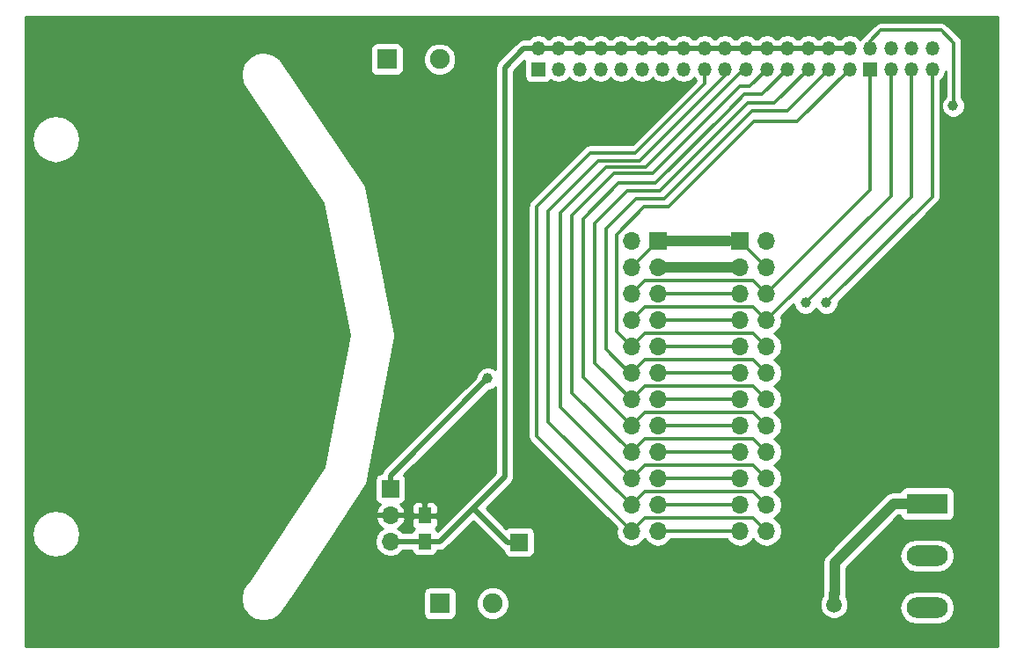
<source format=gbl>
G04 #@! TF.FileFunction,Copper,L2,Bot,Signal*
%FSLAX46Y46*%
G04 Gerber Fmt 4.6, Leading zero omitted, Abs format (unit mm)*
G04 Created by KiCad (PCBNEW 4.0.6) date 04/04/18 23:00:04*
%MOMM*%
%LPD*%
G01*
G04 APERTURE LIST*
%ADD10C,0.100000*%
%ADD11R,1.700000X1.700000*%
%ADD12R,3.960000X1.980000*%
%ADD13O,3.960000X1.980000*%
%ADD14O,1.700000X1.700000*%
%ADD15R,1.250000X1.500000*%
%ADD16R,1.350000X1.350000*%
%ADD17O,1.350000X1.350000*%
%ADD18R,1.905000X1.905000*%
%ADD19C,1.905000*%
%ADD20C,1.000000*%
%ADD21C,1.500000*%
%ADD22C,1.000000*%
%ADD23C,0.500000*%
%ADD24C,0.300000*%
%ADD25C,0.254000*%
G04 APERTURE END LIST*
D10*
D11*
X48200000Y10700000D03*
D12*
X87460000Y14400000D03*
D13*
X87460000Y9400000D03*
X87460000Y4400000D03*
D11*
X69460000Y39700000D03*
D14*
X72000000Y39700000D03*
X69460000Y37160000D03*
X72000000Y37160000D03*
X69460000Y34620000D03*
X72000000Y34620000D03*
X69460000Y32080000D03*
X72000000Y32080000D03*
X69460000Y29540000D03*
X72000000Y29540000D03*
X69460000Y27000000D03*
X72000000Y27000000D03*
X69460000Y24460000D03*
X72000000Y24460000D03*
X69460000Y21920000D03*
X72000000Y21920000D03*
X69460000Y19380000D03*
X72000000Y19380000D03*
X69460000Y16840000D03*
X72000000Y16840000D03*
X69460000Y14300000D03*
X72000000Y14300000D03*
X69460000Y11760000D03*
X72000000Y11760000D03*
D15*
X39100000Y13250000D03*
X39100000Y10750000D03*
D16*
X50025000Y56250000D03*
D17*
X50025000Y58250000D03*
X52025000Y56250000D03*
X52025000Y58250000D03*
X54025000Y56250000D03*
X54025000Y58250000D03*
X56025000Y56250000D03*
X56025000Y58250000D03*
X58025000Y56250000D03*
X58025000Y58250000D03*
X60025000Y56250000D03*
X60025000Y58250000D03*
X62025000Y56250000D03*
X62025000Y58250000D03*
X64025000Y56250000D03*
X64025000Y58250000D03*
X66025000Y56250000D03*
X66025000Y58250000D03*
X68025000Y56250000D03*
X68025000Y58250000D03*
X70025000Y56250000D03*
X70025000Y58250000D03*
X72025000Y56250000D03*
X72025000Y58250000D03*
X74025000Y56250000D03*
X74025000Y58250000D03*
X76025000Y56250000D03*
X76025000Y58250000D03*
X78025000Y56250000D03*
X78025000Y58250000D03*
X80025000Y56250000D03*
X80025000Y58250000D03*
D16*
X81969857Y56203413D03*
D17*
X81969857Y58203413D03*
X83969857Y56203413D03*
X83969857Y58203413D03*
X85969857Y56203413D03*
X85969857Y58203413D03*
X87969857Y56203413D03*
X87969857Y58203413D03*
D18*
X35460000Y57200000D03*
D19*
X40540000Y57200000D03*
D18*
X40560000Y4800000D03*
D19*
X45640000Y4800000D03*
D11*
X35800000Y15840000D03*
D14*
X35800000Y13300000D03*
X35800000Y10760000D03*
D11*
X61540000Y39700000D03*
D14*
X59000000Y39700000D03*
X61540000Y37160000D03*
X59000000Y37160000D03*
X61540000Y34620000D03*
X59000000Y34620000D03*
X61540000Y32080000D03*
X59000000Y32080000D03*
X61540000Y29540000D03*
X59000000Y29540000D03*
X61540000Y27000000D03*
X59000000Y27000000D03*
X61540000Y24460000D03*
X59000000Y24460000D03*
X61540000Y21920000D03*
X59000000Y21920000D03*
X61540000Y19380000D03*
X59000000Y19380000D03*
X61540000Y16840000D03*
X59000000Y16840000D03*
X61540000Y14300000D03*
X59000000Y14300000D03*
X61540000Y11760000D03*
X59000000Y11760000D03*
D20*
X45170000Y26480000D03*
X77750000Y33750000D03*
X75750000Y33750000D03*
X93800000Y45800000D03*
D21*
X78510000Y4690000D03*
D20*
X89960000Y52730000D03*
D22*
X61540000Y37160000D02*
X62742081Y37160000D01*
X62742081Y37160000D02*
X69460000Y37160000D01*
D23*
X35800000Y17110000D02*
X45170000Y26480000D01*
X35800000Y15840000D02*
X35800000Y17110000D01*
D24*
X69460000Y39700000D02*
X72000000Y37160000D01*
X59000000Y37160000D02*
X59849999Y38009999D01*
X59849999Y38009999D02*
X61540000Y39700000D01*
X69460000Y39700000D02*
X68310000Y39700000D01*
D22*
X68310000Y39700000D02*
X61540000Y39700000D01*
D24*
X61540000Y29540000D02*
X62742081Y29540000D01*
X62742081Y29540000D02*
X69460000Y29540000D01*
D23*
X46800000Y17000000D02*
X43800000Y14000000D01*
X48650000Y58250000D02*
X50025000Y58250000D01*
X46800000Y56400000D02*
X48650000Y58250000D01*
X46800000Y20200000D02*
X46800000Y56400000D01*
X46800000Y20200000D02*
X46800000Y17000000D01*
X43800000Y14000000D02*
X40550000Y10750000D01*
X40550000Y10750000D02*
X39100000Y10750000D01*
X48200000Y10700000D02*
X47050000Y10700000D01*
D24*
X43800000Y13950000D02*
X43800000Y14000000D01*
D23*
X47050000Y10700000D02*
X43800000Y13950000D01*
X39100000Y10750000D02*
X35810000Y10750000D01*
D24*
X35810000Y10750000D02*
X35800000Y10760000D01*
D23*
X78025000Y58250000D02*
X80025000Y58250000D01*
X76025000Y58250000D02*
X78025000Y58250000D01*
X74025000Y58250000D02*
X76025000Y58250000D01*
X72025000Y58250000D02*
X74025000Y58250000D01*
X70025000Y58250000D02*
X72025000Y58250000D01*
X68025000Y58250000D02*
X70025000Y58250000D01*
X66025000Y58250000D02*
X68025000Y58250000D01*
X64025000Y58250000D02*
X66025000Y58250000D01*
X62025000Y58250000D02*
X64025000Y58250000D01*
X60025000Y58250000D02*
X62025000Y58250000D01*
X58025000Y58250000D02*
X60025000Y58250000D01*
X56025000Y58250000D02*
X58025000Y58250000D01*
X54025000Y58250000D02*
X56025000Y58250000D01*
X52025000Y58250000D02*
X54025000Y58250000D01*
X50025000Y58250000D02*
X52025000Y58250000D01*
D24*
X69460000Y27000000D02*
X61540000Y27000000D01*
X61540000Y24460000D02*
X62742081Y24460000D01*
X62742081Y24460000D02*
X69460000Y24460000D01*
X69460000Y21920000D02*
X68257919Y21920000D01*
X68257919Y21920000D02*
X61540000Y21920000D01*
X61540000Y19380000D02*
X62742081Y19380000D01*
X62742081Y19380000D02*
X69460000Y19380000D01*
X69460000Y16840000D02*
X68257919Y16840000D01*
X68257919Y16840000D02*
X61540000Y16840000D01*
X61540000Y14300000D02*
X62742081Y14300000D01*
X62742081Y14300000D02*
X69460000Y14300000D01*
X61540000Y11760000D02*
X62742081Y11760000D01*
X62742081Y11760000D02*
X69460000Y11760000D01*
X59000000Y11760000D02*
X49849971Y20910029D01*
X49849971Y20910029D02*
X49849971Y43027802D01*
X49849971Y43027802D02*
X55022169Y48200000D01*
X55022169Y48200000D02*
X59400000Y48200000D01*
X59400000Y48200000D02*
X66025000Y54825000D01*
X66025000Y54825000D02*
X66025000Y56250000D01*
X59000000Y11760000D02*
X60280001Y13040001D01*
X60280001Y13040001D02*
X70719999Y13040001D01*
X70719999Y13040001D02*
X71150001Y12609999D01*
X71150001Y12609999D02*
X72000000Y11760000D01*
X59000000Y14300000D02*
X50999981Y22300019D01*
X50999981Y22300019D02*
X50999981Y42599981D01*
X50999981Y42599981D02*
X55800000Y47400000D01*
X55800000Y47400000D02*
X59800000Y47400000D01*
X59800000Y47400000D02*
X68025000Y55625000D01*
X68025000Y55625000D02*
X68025000Y56250000D01*
X59000000Y14300000D02*
X60279999Y15579999D01*
X60279999Y15579999D02*
X70720001Y15579999D01*
X70720001Y15579999D02*
X71150001Y15149999D01*
X71150001Y15149999D02*
X72000000Y14300000D01*
X60400000Y46800000D02*
X70025000Y56425000D01*
X70025000Y56425000D02*
X70025000Y56250000D01*
X56560843Y46800000D02*
X60400000Y46800000D01*
X59000000Y16840000D02*
X52149991Y23690009D01*
X52149991Y23690009D02*
X52149991Y42389148D01*
X52149991Y42389148D02*
X56560843Y46800000D01*
X59000000Y16840000D02*
X60280001Y18120001D01*
X60280001Y18120001D02*
X70719999Y18120001D01*
X70719999Y18120001D02*
X71150001Y17689999D01*
X71150001Y17689999D02*
X72000000Y16840000D01*
X67425000Y52561320D02*
X69463680Y54600000D01*
X53300001Y25079999D02*
X53300001Y42161327D01*
X61063720Y46200040D02*
X67425000Y52561320D01*
X53300001Y42161327D02*
X57338714Y46200040D01*
X57338714Y46200040D02*
X61063720Y46200040D01*
X59000000Y19380000D02*
X53300001Y25079999D01*
X70375000Y54600000D02*
X72025000Y56250000D01*
X69463680Y54600000D02*
X70375000Y54600000D01*
X59000000Y19380000D02*
X60279999Y20659999D01*
X60279999Y20659999D02*
X70720001Y20659999D01*
X70720001Y20659999D02*
X71150001Y20229999D01*
X71150001Y20229999D02*
X72000000Y19380000D01*
X68220755Y52179245D02*
X69841510Y53800000D01*
X71575000Y53800000D02*
X74025000Y56250000D01*
X69841510Y53800000D02*
X71575000Y53800000D01*
X59000000Y21920000D02*
X54341001Y26578999D01*
X54341001Y26578999D02*
X54341001Y41824495D01*
X54341001Y41824495D02*
X57766535Y45250030D01*
X57766535Y45250030D02*
X61291540Y45250030D01*
X61291540Y45250030D02*
X68220755Y52179245D01*
X68220755Y52179245D02*
X68225000Y52183490D01*
X59000000Y21920000D02*
X60270001Y23190001D01*
X60270001Y23190001D02*
X70729999Y23190001D01*
X70729999Y23190001D02*
X71150001Y22769999D01*
X71150001Y22769999D02*
X72000000Y21920000D01*
X69609670Y52390330D02*
X70219340Y53000000D01*
X72775000Y53000000D02*
X76025000Y56250000D01*
X70219340Y53000000D02*
X72775000Y53000000D01*
X59000000Y24460000D02*
X55508999Y27951001D01*
X55508999Y27951001D02*
X55508999Y41414663D01*
X55508999Y41414663D02*
X58594356Y44500020D01*
X58594356Y44500020D02*
X61719360Y44500020D01*
X61719360Y44500020D02*
X69609670Y52390330D01*
X69609670Y52390330D02*
X69625000Y52405660D01*
X59000000Y24460000D02*
X60280001Y25740001D01*
X60280001Y25740001D02*
X70719999Y25740001D01*
X70719999Y25740001D02*
X71150001Y25309999D01*
X71150001Y25309999D02*
X72000000Y24460000D01*
X70425000Y52027830D02*
X70597170Y52200000D01*
X62147180Y43750010D02*
X70425000Y52027830D01*
X59422177Y43750010D02*
X62147180Y43750010D01*
X56541001Y40868834D02*
X59422177Y43750010D01*
X56541001Y29256918D02*
X56541001Y40868834D01*
X58797919Y27000000D02*
X56541001Y29256918D01*
X73975000Y52200000D02*
X78025000Y56250000D01*
X70597170Y52200000D02*
X73975000Y52200000D01*
X59000000Y27000000D02*
X58797919Y27000000D01*
X59000000Y27000000D02*
X60280001Y28280001D01*
X60280001Y28280001D02*
X70719999Y28280001D01*
X70719999Y28280001D02*
X71150001Y27849999D01*
X71150001Y27849999D02*
X72000000Y27000000D01*
X70425000Y50850000D02*
X70775000Y51200000D01*
X62575000Y43000000D02*
X60249998Y43000000D01*
X60249998Y43000000D02*
X57549999Y40300001D01*
X57549999Y40300001D02*
X57549999Y30990001D01*
X57549999Y30990001D02*
X58150001Y30389999D01*
X59000000Y29540000D02*
X58150001Y30389999D01*
X70425000Y50850000D02*
X62575000Y43000000D01*
X74975000Y51200000D02*
X80025000Y56250000D01*
X70775000Y51200000D02*
X74975000Y51200000D01*
X59000000Y29540000D02*
X60280001Y30820001D01*
X60280001Y30820001D02*
X70719999Y30820001D01*
X70719999Y30820001D02*
X71150001Y30389999D01*
X71150001Y30389999D02*
X72000000Y29540000D01*
X61540000Y34620000D02*
X62742081Y34620000D01*
X62742081Y34620000D02*
X69460000Y34620000D01*
X77750000Y33750000D02*
X87969857Y43969857D01*
X87969857Y43969857D02*
X87969857Y56203413D01*
X69460000Y32080000D02*
X68257919Y32080000D01*
X68257919Y32080000D02*
X61540000Y32080000D01*
X75750000Y33750000D02*
X85969857Y43969857D01*
X85969857Y43969857D02*
X85969857Y56203413D01*
X59000000Y32080000D02*
X60270001Y33350001D01*
X60270001Y33350001D02*
X70729999Y33350001D01*
X70729999Y33350001D02*
X71150001Y32929999D01*
X71150001Y32929999D02*
X72000000Y32080000D01*
X72000000Y32080000D02*
X83969857Y44049857D01*
X83969857Y44049857D02*
X83969857Y56203413D01*
X59000000Y34620000D02*
X60270001Y35890001D01*
X60270001Y35890001D02*
X70729999Y35890001D01*
X70729999Y35890001D02*
X71150001Y35469999D01*
X71150001Y35469999D02*
X72000000Y34620000D01*
X81969857Y56203413D02*
X81969857Y44589857D01*
X81969857Y44589857D02*
X72000000Y34620000D01*
D22*
X78550000Y8700000D02*
X84250000Y14400000D01*
X84250000Y14400000D02*
X87460000Y14400000D01*
X78550000Y5790660D02*
X78550000Y8700000D01*
X78510000Y4690000D02*
X78510000Y5750660D01*
X78510000Y5750660D02*
X78550000Y5790660D01*
D24*
X81969857Y58949857D02*
X81969857Y58203413D01*
X83000000Y59980000D02*
X81969857Y58949857D01*
X88820000Y59980000D02*
X83000000Y59980000D01*
X90030000Y58770000D02*
X88820000Y59980000D01*
X90030000Y52800000D02*
X90030000Y58770000D01*
X89960000Y52730000D02*
X90030000Y52800000D01*
D25*
G36*
X94290000Y710000D02*
X710000Y710000D01*
X710000Y5171829D01*
X21396863Y5171829D01*
X21508804Y4594917D01*
X21508804Y4594915D01*
X21613615Y4338480D01*
X21937811Y3848321D01*
X22002596Y3782925D01*
X22132777Y3651515D01*
X22619870Y3322731D01*
X22834300Y3232730D01*
X22875312Y3215516D01*
X23451148Y3098163D01*
X23588359Y3097520D01*
X23728171Y3096863D01*
X24305083Y3208804D01*
X24305085Y3208804D01*
X24561520Y3313615D01*
X25051679Y3637811D01*
X25128800Y3714212D01*
X25156655Y3732797D01*
X25331711Y3907620D01*
X25371252Y3966713D01*
X25421397Y4017126D01*
X26574231Y5752500D01*
X38960060Y5752500D01*
X38960060Y3847500D01*
X39004338Y3612183D01*
X39143410Y3396059D01*
X39355610Y3251069D01*
X39607500Y3200060D01*
X41512500Y3200060D01*
X41747817Y3244338D01*
X41963941Y3383410D01*
X42108931Y3595610D01*
X42159940Y3847500D01*
X42159940Y4485612D01*
X44052225Y4485612D01*
X44293398Y3901928D01*
X44739579Y3454968D01*
X45322841Y3212776D01*
X45954388Y3212225D01*
X46538072Y3453398D01*
X46985032Y3899579D01*
X47199350Y4415715D01*
X77124760Y4415715D01*
X77335169Y3906485D01*
X77724436Y3516539D01*
X78233298Y3305241D01*
X78784285Y3304760D01*
X79293515Y3515169D01*
X79683461Y3904436D01*
X79889237Y4400000D01*
X84793769Y4400000D01*
X84917465Y3778139D01*
X85269720Y3250951D01*
X85796908Y2898696D01*
X86418769Y2775000D01*
X88501231Y2775000D01*
X89123092Y2898696D01*
X89650280Y3250951D01*
X90002535Y3778139D01*
X90126231Y4400000D01*
X90002535Y5021861D01*
X89650280Y5549049D01*
X89123092Y5901304D01*
X88501231Y6025000D01*
X86418769Y6025000D01*
X85796908Y5901304D01*
X85269720Y5549049D01*
X84917465Y5021861D01*
X84793769Y4400000D01*
X79889237Y4400000D01*
X79894759Y4413298D01*
X79895240Y4964285D01*
X79684831Y5473515D01*
X79645000Y5513415D01*
X79645000Y5589565D01*
X79685000Y5790660D01*
X79685000Y8229868D01*
X80855132Y9400000D01*
X84793769Y9400000D01*
X84917465Y8778139D01*
X85269720Y8250951D01*
X85796908Y7898696D01*
X86418769Y7775000D01*
X88501231Y7775000D01*
X89123092Y7898696D01*
X89650280Y8250951D01*
X90002535Y8778139D01*
X90126231Y9400000D01*
X90002535Y10021861D01*
X89650280Y10549049D01*
X89123092Y10901304D01*
X88501231Y11025000D01*
X86418769Y11025000D01*
X85796908Y10901304D01*
X85269720Y10549049D01*
X84917465Y10021861D01*
X84793769Y9400000D01*
X80855132Y9400000D01*
X84720132Y13265000D01*
X84859844Y13265000D01*
X84876838Y13174683D01*
X85015910Y12958559D01*
X85228110Y12813569D01*
X85480000Y12762560D01*
X89440000Y12762560D01*
X89675317Y12806838D01*
X89891441Y12945910D01*
X90036431Y13158110D01*
X90087440Y13410000D01*
X90087440Y15390000D01*
X90043162Y15625317D01*
X89904090Y15841441D01*
X89691890Y15986431D01*
X89440000Y16037440D01*
X85480000Y16037440D01*
X85244683Y15993162D01*
X85028559Y15854090D01*
X84883569Y15641890D01*
X84861923Y15535000D01*
X84250000Y15535000D01*
X83815654Y15448603D01*
X83447434Y15202566D01*
X77747434Y9502566D01*
X77501397Y9134346D01*
X77415000Y8700000D01*
X77415000Y5951753D01*
X77375000Y5750660D01*
X77375000Y5513958D01*
X77336539Y5475564D01*
X77125241Y4966702D01*
X77124760Y4415715D01*
X47199350Y4415715D01*
X47227224Y4482841D01*
X47227775Y5114388D01*
X46986602Y5698072D01*
X46540421Y6145032D01*
X45957159Y6387224D01*
X45325612Y6387775D01*
X44741928Y6146602D01*
X44294968Y5700421D01*
X44052776Y5117159D01*
X44052225Y4485612D01*
X42159940Y4485612D01*
X42159940Y5752500D01*
X42115662Y5987817D01*
X41976590Y6203941D01*
X41764390Y6348931D01*
X41512500Y6399940D01*
X39607500Y6399940D01*
X39372183Y6355662D01*
X39156059Y6216590D01*
X39011069Y6004390D01*
X38960060Y5752500D01*
X26574231Y5752500D01*
X29900789Y10760000D01*
X34285907Y10760000D01*
X34398946Y10191715D01*
X34720853Y9709946D01*
X35202622Y9388039D01*
X35770907Y9275000D01*
X35829093Y9275000D01*
X36397378Y9388039D01*
X36879147Y9709946D01*
X36982751Y9865000D01*
X37852962Y9865000D01*
X37871838Y9764683D01*
X38010910Y9548559D01*
X38223110Y9403569D01*
X38475000Y9352560D01*
X39725000Y9352560D01*
X39960317Y9396838D01*
X40176441Y9535910D01*
X40321431Y9748110D01*
X40345102Y9865000D01*
X40549995Y9865000D01*
X40550000Y9864999D01*
X40832484Y9921190D01*
X40888675Y9932367D01*
X41175790Y10124210D01*
X43775000Y12723420D01*
X46424208Y10074213D01*
X46424210Y10074210D01*
X46702560Y9888224D01*
X46702560Y9850000D01*
X46746838Y9614683D01*
X46885910Y9398559D01*
X47098110Y9253569D01*
X47350000Y9202560D01*
X49050000Y9202560D01*
X49285317Y9246838D01*
X49501441Y9385910D01*
X49646431Y9598110D01*
X49697440Y9850000D01*
X49697440Y11550000D01*
X49653162Y11785317D01*
X49514090Y12001441D01*
X49301890Y12146431D01*
X49050000Y12197440D01*
X47350000Y12197440D01*
X47114683Y12153162D01*
X46952670Y12048909D01*
X45026580Y13975000D01*
X47425787Y16374208D01*
X47425790Y16374210D01*
X47617633Y16661325D01*
X47650517Y16826643D01*
X47685001Y17000000D01*
X47685000Y17000005D01*
X47685000Y56033420D01*
X48734550Y57082971D01*
X48702560Y56925000D01*
X48702560Y55575000D01*
X48746838Y55339683D01*
X48885910Y55123559D01*
X49098110Y54978569D01*
X49350000Y54927560D01*
X50700000Y54927560D01*
X50935317Y54971838D01*
X51151441Y55110910D01*
X51222683Y55215177D01*
X51523685Y55014054D01*
X52025000Y54914336D01*
X52526315Y55014054D01*
X52951310Y55298026D01*
X53025000Y55408311D01*
X53098690Y55298026D01*
X53523685Y55014054D01*
X54025000Y54914336D01*
X54526315Y55014054D01*
X54951310Y55298026D01*
X55025000Y55408311D01*
X55098690Y55298026D01*
X55523685Y55014054D01*
X56025000Y54914336D01*
X56526315Y55014054D01*
X56951310Y55298026D01*
X57025000Y55408311D01*
X57098690Y55298026D01*
X57523685Y55014054D01*
X58025000Y54914336D01*
X58526315Y55014054D01*
X58951310Y55298026D01*
X59025000Y55408311D01*
X59098690Y55298026D01*
X59523685Y55014054D01*
X60025000Y54914336D01*
X60526315Y55014054D01*
X60951310Y55298026D01*
X61025000Y55408311D01*
X61098690Y55298026D01*
X61523685Y55014054D01*
X62025000Y54914336D01*
X62526315Y55014054D01*
X62951310Y55298026D01*
X63025000Y55408311D01*
X63098690Y55298026D01*
X63523685Y55014054D01*
X64025000Y54914336D01*
X64526315Y55014054D01*
X64951310Y55298026D01*
X65025000Y55408311D01*
X65098690Y55298026D01*
X65240000Y55203606D01*
X65240000Y55150158D01*
X59074842Y48985000D01*
X55022174Y48985000D01*
X55022169Y48985001D01*
X54721763Y48925245D01*
X54467090Y48755079D01*
X49294892Y43582881D01*
X49124726Y43328209D01*
X49098215Y43194931D01*
X49064971Y43027802D01*
X49064971Y20910029D01*
X49124726Y20609622D01*
X49294892Y20354950D01*
X57552924Y12096918D01*
X57485907Y11760000D01*
X57598946Y11191715D01*
X57920853Y10709946D01*
X58402622Y10388039D01*
X58970907Y10275000D01*
X59029093Y10275000D01*
X59597378Y10388039D01*
X60079147Y10709946D01*
X60270000Y10995578D01*
X60460853Y10709946D01*
X60942622Y10388039D01*
X61510907Y10275000D01*
X61569093Y10275000D01*
X62137378Y10388039D01*
X62619147Y10709946D01*
X62796250Y10975000D01*
X68203750Y10975000D01*
X68380853Y10709946D01*
X68862622Y10388039D01*
X69430907Y10275000D01*
X69489093Y10275000D01*
X70057378Y10388039D01*
X70539147Y10709946D01*
X70730000Y10995578D01*
X70920853Y10709946D01*
X71402622Y10388039D01*
X71970907Y10275000D01*
X72029093Y10275000D01*
X72597378Y10388039D01*
X73079147Y10709946D01*
X73401054Y11191715D01*
X73514093Y11760000D01*
X73401054Y12328285D01*
X73079147Y12810054D01*
X72749974Y13030000D01*
X73079147Y13249946D01*
X73401054Y13731715D01*
X73514093Y14300000D01*
X73401054Y14868285D01*
X73079147Y15350054D01*
X72749974Y15570000D01*
X73079147Y15789946D01*
X73401054Y16271715D01*
X73514093Y16840000D01*
X73401054Y17408285D01*
X73079147Y17890054D01*
X72749974Y18110000D01*
X73079147Y18329946D01*
X73401054Y18811715D01*
X73514093Y19380000D01*
X73401054Y19948285D01*
X73079147Y20430054D01*
X72749974Y20650000D01*
X73079147Y20869946D01*
X73401054Y21351715D01*
X73514093Y21920000D01*
X73401054Y22488285D01*
X73079147Y22970054D01*
X72749974Y23190000D01*
X73079147Y23409946D01*
X73401054Y23891715D01*
X73514093Y24460000D01*
X73401054Y25028285D01*
X73079147Y25510054D01*
X72749974Y25730000D01*
X73079147Y25949946D01*
X73401054Y26431715D01*
X73514093Y27000000D01*
X73401054Y27568285D01*
X73079147Y28050054D01*
X72749974Y28270000D01*
X73079147Y28489946D01*
X73401054Y28971715D01*
X73514093Y29540000D01*
X73401054Y30108285D01*
X73079147Y30590054D01*
X72749974Y30810000D01*
X73079147Y31029946D01*
X73401054Y31511715D01*
X73514093Y32080000D01*
X73447076Y32416918D01*
X74614855Y33584697D01*
X74614803Y33525225D01*
X74787233Y33107914D01*
X75106235Y32788355D01*
X75523244Y32615197D01*
X75974775Y32614803D01*
X76392086Y32787233D01*
X76711645Y33106235D01*
X76749880Y33198315D01*
X76787233Y33107914D01*
X77106235Y32788355D01*
X77523244Y32615197D01*
X77974775Y32614803D01*
X78392086Y32787233D01*
X78711645Y33106235D01*
X78884803Y33523244D01*
X78885023Y33774865D01*
X88524936Y43414778D01*
X88695102Y43669450D01*
X88754857Y43969857D01*
X88754857Y55157019D01*
X88896167Y55251439D01*
X89180139Y55676434D01*
X89245000Y56002511D01*
X89245000Y53619980D01*
X88998355Y53373765D01*
X88825197Y52956756D01*
X88824803Y52505225D01*
X88997233Y52087914D01*
X89316235Y51768355D01*
X89733244Y51595197D01*
X90184775Y51594803D01*
X90602086Y51767233D01*
X90921645Y52086235D01*
X91094803Y52503244D01*
X91095197Y52954775D01*
X90922767Y53372086D01*
X90815000Y53480041D01*
X90815000Y58770000D01*
X90755245Y59070406D01*
X90585079Y59325079D01*
X89375079Y60535079D01*
X89120407Y60705245D01*
X88820000Y60765000D01*
X83000000Y60765000D01*
X82699593Y60705245D01*
X82444921Y60535079D01*
X81414778Y59504936D01*
X81292256Y59321569D01*
X81043547Y59155387D01*
X81012993Y59109659D01*
X80951310Y59201974D01*
X80526315Y59485946D01*
X80025000Y59585664D01*
X79523685Y59485946D01*
X79098690Y59201974D01*
X79053939Y59135000D01*
X78996061Y59135000D01*
X78951310Y59201974D01*
X78526315Y59485946D01*
X78025000Y59585664D01*
X77523685Y59485946D01*
X77098690Y59201974D01*
X77053939Y59135000D01*
X76996061Y59135000D01*
X76951310Y59201974D01*
X76526315Y59485946D01*
X76025000Y59585664D01*
X75523685Y59485946D01*
X75098690Y59201974D01*
X75053939Y59135000D01*
X74996061Y59135000D01*
X74951310Y59201974D01*
X74526315Y59485946D01*
X74025000Y59585664D01*
X73523685Y59485946D01*
X73098690Y59201974D01*
X73053939Y59135000D01*
X72996061Y59135000D01*
X72951310Y59201974D01*
X72526315Y59485946D01*
X72025000Y59585664D01*
X71523685Y59485946D01*
X71098690Y59201974D01*
X71053939Y59135000D01*
X70996061Y59135000D01*
X70951310Y59201974D01*
X70526315Y59485946D01*
X70025000Y59585664D01*
X69523685Y59485946D01*
X69098690Y59201974D01*
X69053939Y59135000D01*
X68996061Y59135000D01*
X68951310Y59201974D01*
X68526315Y59485946D01*
X68025000Y59585664D01*
X67523685Y59485946D01*
X67098690Y59201974D01*
X67053939Y59135000D01*
X66996061Y59135000D01*
X66951310Y59201974D01*
X66526315Y59485946D01*
X66025000Y59585664D01*
X65523685Y59485946D01*
X65098690Y59201974D01*
X65053939Y59135000D01*
X64996061Y59135000D01*
X64951310Y59201974D01*
X64526315Y59485946D01*
X64025000Y59585664D01*
X63523685Y59485946D01*
X63098690Y59201974D01*
X63053939Y59135000D01*
X62996061Y59135000D01*
X62951310Y59201974D01*
X62526315Y59485946D01*
X62025000Y59585664D01*
X61523685Y59485946D01*
X61098690Y59201974D01*
X61053939Y59135000D01*
X60996061Y59135000D01*
X60951310Y59201974D01*
X60526315Y59485946D01*
X60025000Y59585664D01*
X59523685Y59485946D01*
X59098690Y59201974D01*
X59053939Y59135000D01*
X58996061Y59135000D01*
X58951310Y59201974D01*
X58526315Y59485946D01*
X58025000Y59585664D01*
X57523685Y59485946D01*
X57098690Y59201974D01*
X57053939Y59135000D01*
X56996061Y59135000D01*
X56951310Y59201974D01*
X56526315Y59485946D01*
X56025000Y59585664D01*
X55523685Y59485946D01*
X55098690Y59201974D01*
X55053939Y59135000D01*
X54996061Y59135000D01*
X54951310Y59201974D01*
X54526315Y59485946D01*
X54025000Y59585664D01*
X53523685Y59485946D01*
X53098690Y59201974D01*
X53053939Y59135000D01*
X52996061Y59135000D01*
X52951310Y59201974D01*
X52526315Y59485946D01*
X52025000Y59585664D01*
X51523685Y59485946D01*
X51098690Y59201974D01*
X51053939Y59135000D01*
X50996061Y59135000D01*
X50951310Y59201974D01*
X50526315Y59485946D01*
X50025000Y59585664D01*
X49523685Y59485946D01*
X49098690Y59201974D01*
X49053939Y59135000D01*
X48650005Y59135000D01*
X48650000Y59135001D01*
X48325271Y59070407D01*
X48311325Y59067633D01*
X48024210Y58875790D01*
X48024208Y58875787D01*
X46174210Y57025790D01*
X45982367Y56738675D01*
X45979728Y56725407D01*
X45914999Y56400000D01*
X45915000Y56399995D01*
X45915000Y27340233D01*
X45813765Y27441645D01*
X45396756Y27614803D01*
X44945225Y27615197D01*
X44527914Y27442767D01*
X44208355Y27123765D01*
X44035197Y26706756D01*
X44035101Y26596680D01*
X35174210Y17735790D01*
X34982367Y17448675D01*
X34982367Y17448674D01*
X34960241Y17337440D01*
X34950000Y17337440D01*
X34714683Y17293162D01*
X34498559Y17154090D01*
X34353569Y16941890D01*
X34302560Y16690000D01*
X34302560Y14990000D01*
X34346838Y14754683D01*
X34485910Y14538559D01*
X34698110Y14393569D01*
X34806107Y14371699D01*
X34528355Y14066924D01*
X34358524Y13656890D01*
X34479845Y13427000D01*
X35673000Y13427000D01*
X35673000Y13447000D01*
X35927000Y13447000D01*
X35927000Y13427000D01*
X37120155Y13427000D01*
X37241476Y13656890D01*
X37071645Y14066924D01*
X37017526Y14126309D01*
X37840000Y14126309D01*
X37840000Y13535750D01*
X37998750Y13377000D01*
X38973000Y13377000D01*
X38973000Y14476250D01*
X39227000Y14476250D01*
X39227000Y13377000D01*
X40201250Y13377000D01*
X40360000Y13535750D01*
X40360000Y14126309D01*
X40263327Y14359698D01*
X40084699Y14538327D01*
X39851310Y14635000D01*
X39385750Y14635000D01*
X39227000Y14476250D01*
X38973000Y14476250D01*
X38814250Y14635000D01*
X38348690Y14635000D01*
X38115301Y14538327D01*
X37936673Y14359698D01*
X37840000Y14126309D01*
X37017526Y14126309D01*
X36795499Y14369937D01*
X36885317Y14386838D01*
X37101441Y14525910D01*
X37246431Y14738110D01*
X37297440Y14990000D01*
X37297440Y16690000D01*
X37253162Y16925317D01*
X37114090Y17141441D01*
X37095632Y17154053D01*
X45286477Y25344897D01*
X45394775Y25344803D01*
X45812086Y25517233D01*
X45915000Y25619968D01*
X45915000Y17366579D01*
X43174210Y14625790D01*
X43174208Y14625787D01*
X40310768Y11762348D01*
X40189090Y11951441D01*
X40120994Y11997969D01*
X40263327Y12140302D01*
X40360000Y12373691D01*
X40360000Y12964250D01*
X40201250Y13123000D01*
X39227000Y13123000D01*
X39227000Y13103000D01*
X38973000Y13103000D01*
X38973000Y13123000D01*
X37998750Y13123000D01*
X37840000Y12964250D01*
X37840000Y12373691D01*
X37936673Y12140302D01*
X38077910Y11999064D01*
X38023559Y11964090D01*
X37878569Y11751890D01*
X37854898Y11635000D01*
X36996114Y11635000D01*
X36879147Y11810054D01*
X36538447Y12037702D01*
X36681358Y12104817D01*
X37071645Y12533076D01*
X37241476Y12943110D01*
X37120155Y13173000D01*
X35927000Y13173000D01*
X35927000Y13153000D01*
X35673000Y13153000D01*
X35673000Y13173000D01*
X34479845Y13173000D01*
X34358524Y12943110D01*
X34528355Y12533076D01*
X34918642Y12104817D01*
X35061553Y12037702D01*
X34720853Y11810054D01*
X34398946Y11328285D01*
X34285907Y10760000D01*
X29900789Y10760000D01*
X33408968Y16040895D01*
X33484649Y16224999D01*
X33514297Y16297119D01*
X36292553Y30462345D01*
X36291811Y30739372D01*
X33437787Y44889526D01*
X33437479Y44890264D01*
X33331089Y45145182D01*
X25279286Y57126033D01*
X25228284Y57176762D01*
X25194876Y57228589D01*
X25180245Y57243711D01*
X25120715Y57284921D01*
X25070006Y57336596D01*
X24586739Y57666141D01*
X24453000Y57723021D01*
X24331809Y57774565D01*
X23759218Y57894086D01*
X23484817Y57896674D01*
X23482204Y57896699D01*
X23482202Y57896699D01*
X22907460Y57788002D01*
X22650530Y57684407D01*
X22161132Y57364038D01*
X21963404Y57170006D01*
X21633859Y56686739D01*
X21613156Y56638061D01*
X21525435Y56431809D01*
X21405914Y55859218D01*
X21404190Y55676434D01*
X21403301Y55582204D01*
X21511998Y55007460D01*
X21511998Y55007459D01*
X21615593Y54750530D01*
X21935962Y54261132D01*
X21939509Y54257518D01*
X21941468Y54252848D01*
X29282712Y43373990D01*
X31873792Y30652249D01*
X29399239Y17907332D01*
X22197141Y7021127D01*
X22098140Y6921920D01*
X22071846Y6904972D01*
X22046302Y6880257D01*
X22004140Y6819356D01*
X21951515Y6767223D01*
X21622731Y6280130D01*
X21533895Y6068476D01*
X21515516Y6024687D01*
X21398163Y5448852D01*
X21397729Y5356315D01*
X21396863Y5171829D01*
X710000Y5171829D01*
X710000Y11500000D01*
X1290000Y11500000D01*
X1465838Y10616001D01*
X1966583Y9866583D01*
X2716001Y9365838D01*
X3600000Y9190000D01*
X4483999Y9365838D01*
X5233417Y9866583D01*
X5734162Y10616001D01*
X5910000Y11500000D01*
X5734162Y12383999D01*
X5233417Y13133417D01*
X4483999Y13634162D01*
X3600000Y13810000D01*
X2716001Y13634162D01*
X1966583Y13133417D01*
X1465838Y12383999D01*
X1290000Y11500000D01*
X710000Y11500000D01*
X710000Y49500000D01*
X1290000Y49500000D01*
X1465838Y48616001D01*
X1966583Y47866583D01*
X2716001Y47365838D01*
X3600000Y47190000D01*
X4483999Y47365838D01*
X5233417Y47866583D01*
X5734162Y48616001D01*
X5910000Y49500000D01*
X5734162Y50383999D01*
X5233417Y51133417D01*
X4483999Y51634162D01*
X3600000Y51810000D01*
X2716001Y51634162D01*
X1966583Y51133417D01*
X1465838Y50383999D01*
X1290000Y49500000D01*
X710000Y49500000D01*
X710000Y58152500D01*
X33860060Y58152500D01*
X33860060Y56247500D01*
X33904338Y56012183D01*
X34043410Y55796059D01*
X34255610Y55651069D01*
X34507500Y55600060D01*
X36412500Y55600060D01*
X36647817Y55644338D01*
X36863941Y55783410D01*
X37008931Y55995610D01*
X37059940Y56247500D01*
X37059940Y56885612D01*
X38952225Y56885612D01*
X39193398Y56301928D01*
X39639579Y55854968D01*
X40222841Y55612776D01*
X40854388Y55612225D01*
X41438072Y55853398D01*
X41885032Y56299579D01*
X42127224Y56882841D01*
X42127775Y57514388D01*
X41886602Y58098072D01*
X41440421Y58545032D01*
X40857159Y58787224D01*
X40225612Y58787775D01*
X39641928Y58546602D01*
X39194968Y58100421D01*
X38952776Y57517159D01*
X38952225Y56885612D01*
X37059940Y56885612D01*
X37059940Y58152500D01*
X37015662Y58387817D01*
X36876590Y58603941D01*
X36664390Y58748931D01*
X36412500Y58799940D01*
X34507500Y58799940D01*
X34272183Y58755662D01*
X34056059Y58616590D01*
X33911069Y58404390D01*
X33860060Y58152500D01*
X710000Y58152500D01*
X710000Y61290000D01*
X94290000Y61290000D01*
X94290000Y710000D01*
X94290000Y710000D01*
G37*
X94290000Y710000D02*
X710000Y710000D01*
X710000Y5171829D01*
X21396863Y5171829D01*
X21508804Y4594917D01*
X21508804Y4594915D01*
X21613615Y4338480D01*
X21937811Y3848321D01*
X22002596Y3782925D01*
X22132777Y3651515D01*
X22619870Y3322731D01*
X22834300Y3232730D01*
X22875312Y3215516D01*
X23451148Y3098163D01*
X23588359Y3097520D01*
X23728171Y3096863D01*
X24305083Y3208804D01*
X24305085Y3208804D01*
X24561520Y3313615D01*
X25051679Y3637811D01*
X25128800Y3714212D01*
X25156655Y3732797D01*
X25331711Y3907620D01*
X25371252Y3966713D01*
X25421397Y4017126D01*
X26574231Y5752500D01*
X38960060Y5752500D01*
X38960060Y3847500D01*
X39004338Y3612183D01*
X39143410Y3396059D01*
X39355610Y3251069D01*
X39607500Y3200060D01*
X41512500Y3200060D01*
X41747817Y3244338D01*
X41963941Y3383410D01*
X42108931Y3595610D01*
X42159940Y3847500D01*
X42159940Y4485612D01*
X44052225Y4485612D01*
X44293398Y3901928D01*
X44739579Y3454968D01*
X45322841Y3212776D01*
X45954388Y3212225D01*
X46538072Y3453398D01*
X46985032Y3899579D01*
X47199350Y4415715D01*
X77124760Y4415715D01*
X77335169Y3906485D01*
X77724436Y3516539D01*
X78233298Y3305241D01*
X78784285Y3304760D01*
X79293515Y3515169D01*
X79683461Y3904436D01*
X79889237Y4400000D01*
X84793769Y4400000D01*
X84917465Y3778139D01*
X85269720Y3250951D01*
X85796908Y2898696D01*
X86418769Y2775000D01*
X88501231Y2775000D01*
X89123092Y2898696D01*
X89650280Y3250951D01*
X90002535Y3778139D01*
X90126231Y4400000D01*
X90002535Y5021861D01*
X89650280Y5549049D01*
X89123092Y5901304D01*
X88501231Y6025000D01*
X86418769Y6025000D01*
X85796908Y5901304D01*
X85269720Y5549049D01*
X84917465Y5021861D01*
X84793769Y4400000D01*
X79889237Y4400000D01*
X79894759Y4413298D01*
X79895240Y4964285D01*
X79684831Y5473515D01*
X79645000Y5513415D01*
X79645000Y5589565D01*
X79685000Y5790660D01*
X79685000Y8229868D01*
X80855132Y9400000D01*
X84793769Y9400000D01*
X84917465Y8778139D01*
X85269720Y8250951D01*
X85796908Y7898696D01*
X86418769Y7775000D01*
X88501231Y7775000D01*
X89123092Y7898696D01*
X89650280Y8250951D01*
X90002535Y8778139D01*
X90126231Y9400000D01*
X90002535Y10021861D01*
X89650280Y10549049D01*
X89123092Y10901304D01*
X88501231Y11025000D01*
X86418769Y11025000D01*
X85796908Y10901304D01*
X85269720Y10549049D01*
X84917465Y10021861D01*
X84793769Y9400000D01*
X80855132Y9400000D01*
X84720132Y13265000D01*
X84859844Y13265000D01*
X84876838Y13174683D01*
X85015910Y12958559D01*
X85228110Y12813569D01*
X85480000Y12762560D01*
X89440000Y12762560D01*
X89675317Y12806838D01*
X89891441Y12945910D01*
X90036431Y13158110D01*
X90087440Y13410000D01*
X90087440Y15390000D01*
X90043162Y15625317D01*
X89904090Y15841441D01*
X89691890Y15986431D01*
X89440000Y16037440D01*
X85480000Y16037440D01*
X85244683Y15993162D01*
X85028559Y15854090D01*
X84883569Y15641890D01*
X84861923Y15535000D01*
X84250000Y15535000D01*
X83815654Y15448603D01*
X83447434Y15202566D01*
X77747434Y9502566D01*
X77501397Y9134346D01*
X77415000Y8700000D01*
X77415000Y5951753D01*
X77375000Y5750660D01*
X77375000Y5513958D01*
X77336539Y5475564D01*
X77125241Y4966702D01*
X77124760Y4415715D01*
X47199350Y4415715D01*
X47227224Y4482841D01*
X47227775Y5114388D01*
X46986602Y5698072D01*
X46540421Y6145032D01*
X45957159Y6387224D01*
X45325612Y6387775D01*
X44741928Y6146602D01*
X44294968Y5700421D01*
X44052776Y5117159D01*
X44052225Y4485612D01*
X42159940Y4485612D01*
X42159940Y5752500D01*
X42115662Y5987817D01*
X41976590Y6203941D01*
X41764390Y6348931D01*
X41512500Y6399940D01*
X39607500Y6399940D01*
X39372183Y6355662D01*
X39156059Y6216590D01*
X39011069Y6004390D01*
X38960060Y5752500D01*
X26574231Y5752500D01*
X29900789Y10760000D01*
X34285907Y10760000D01*
X34398946Y10191715D01*
X34720853Y9709946D01*
X35202622Y9388039D01*
X35770907Y9275000D01*
X35829093Y9275000D01*
X36397378Y9388039D01*
X36879147Y9709946D01*
X36982751Y9865000D01*
X37852962Y9865000D01*
X37871838Y9764683D01*
X38010910Y9548559D01*
X38223110Y9403569D01*
X38475000Y9352560D01*
X39725000Y9352560D01*
X39960317Y9396838D01*
X40176441Y9535910D01*
X40321431Y9748110D01*
X40345102Y9865000D01*
X40549995Y9865000D01*
X40550000Y9864999D01*
X40832484Y9921190D01*
X40888675Y9932367D01*
X41175790Y10124210D01*
X43775000Y12723420D01*
X46424208Y10074213D01*
X46424210Y10074210D01*
X46702560Y9888224D01*
X46702560Y9850000D01*
X46746838Y9614683D01*
X46885910Y9398559D01*
X47098110Y9253569D01*
X47350000Y9202560D01*
X49050000Y9202560D01*
X49285317Y9246838D01*
X49501441Y9385910D01*
X49646431Y9598110D01*
X49697440Y9850000D01*
X49697440Y11550000D01*
X49653162Y11785317D01*
X49514090Y12001441D01*
X49301890Y12146431D01*
X49050000Y12197440D01*
X47350000Y12197440D01*
X47114683Y12153162D01*
X46952670Y12048909D01*
X45026580Y13975000D01*
X47425787Y16374208D01*
X47425790Y16374210D01*
X47617633Y16661325D01*
X47650517Y16826643D01*
X47685001Y17000000D01*
X47685000Y17000005D01*
X47685000Y56033420D01*
X48734550Y57082971D01*
X48702560Y56925000D01*
X48702560Y55575000D01*
X48746838Y55339683D01*
X48885910Y55123559D01*
X49098110Y54978569D01*
X49350000Y54927560D01*
X50700000Y54927560D01*
X50935317Y54971838D01*
X51151441Y55110910D01*
X51222683Y55215177D01*
X51523685Y55014054D01*
X52025000Y54914336D01*
X52526315Y55014054D01*
X52951310Y55298026D01*
X53025000Y55408311D01*
X53098690Y55298026D01*
X53523685Y55014054D01*
X54025000Y54914336D01*
X54526315Y55014054D01*
X54951310Y55298026D01*
X55025000Y55408311D01*
X55098690Y55298026D01*
X55523685Y55014054D01*
X56025000Y54914336D01*
X56526315Y55014054D01*
X56951310Y55298026D01*
X57025000Y55408311D01*
X57098690Y55298026D01*
X57523685Y55014054D01*
X58025000Y54914336D01*
X58526315Y55014054D01*
X58951310Y55298026D01*
X59025000Y55408311D01*
X59098690Y55298026D01*
X59523685Y55014054D01*
X60025000Y54914336D01*
X60526315Y55014054D01*
X60951310Y55298026D01*
X61025000Y55408311D01*
X61098690Y55298026D01*
X61523685Y55014054D01*
X62025000Y54914336D01*
X62526315Y55014054D01*
X62951310Y55298026D01*
X63025000Y55408311D01*
X63098690Y55298026D01*
X63523685Y55014054D01*
X64025000Y54914336D01*
X64526315Y55014054D01*
X64951310Y55298026D01*
X65025000Y55408311D01*
X65098690Y55298026D01*
X65240000Y55203606D01*
X65240000Y55150158D01*
X59074842Y48985000D01*
X55022174Y48985000D01*
X55022169Y48985001D01*
X54721763Y48925245D01*
X54467090Y48755079D01*
X49294892Y43582881D01*
X49124726Y43328209D01*
X49098215Y43194931D01*
X49064971Y43027802D01*
X49064971Y20910029D01*
X49124726Y20609622D01*
X49294892Y20354950D01*
X57552924Y12096918D01*
X57485907Y11760000D01*
X57598946Y11191715D01*
X57920853Y10709946D01*
X58402622Y10388039D01*
X58970907Y10275000D01*
X59029093Y10275000D01*
X59597378Y10388039D01*
X60079147Y10709946D01*
X60270000Y10995578D01*
X60460853Y10709946D01*
X60942622Y10388039D01*
X61510907Y10275000D01*
X61569093Y10275000D01*
X62137378Y10388039D01*
X62619147Y10709946D01*
X62796250Y10975000D01*
X68203750Y10975000D01*
X68380853Y10709946D01*
X68862622Y10388039D01*
X69430907Y10275000D01*
X69489093Y10275000D01*
X70057378Y10388039D01*
X70539147Y10709946D01*
X70730000Y10995578D01*
X70920853Y10709946D01*
X71402622Y10388039D01*
X71970907Y10275000D01*
X72029093Y10275000D01*
X72597378Y10388039D01*
X73079147Y10709946D01*
X73401054Y11191715D01*
X73514093Y11760000D01*
X73401054Y12328285D01*
X73079147Y12810054D01*
X72749974Y13030000D01*
X73079147Y13249946D01*
X73401054Y13731715D01*
X73514093Y14300000D01*
X73401054Y14868285D01*
X73079147Y15350054D01*
X72749974Y15570000D01*
X73079147Y15789946D01*
X73401054Y16271715D01*
X73514093Y16840000D01*
X73401054Y17408285D01*
X73079147Y17890054D01*
X72749974Y18110000D01*
X73079147Y18329946D01*
X73401054Y18811715D01*
X73514093Y19380000D01*
X73401054Y19948285D01*
X73079147Y20430054D01*
X72749974Y20650000D01*
X73079147Y20869946D01*
X73401054Y21351715D01*
X73514093Y21920000D01*
X73401054Y22488285D01*
X73079147Y22970054D01*
X72749974Y23190000D01*
X73079147Y23409946D01*
X73401054Y23891715D01*
X73514093Y24460000D01*
X73401054Y25028285D01*
X73079147Y25510054D01*
X72749974Y25730000D01*
X73079147Y25949946D01*
X73401054Y26431715D01*
X73514093Y27000000D01*
X73401054Y27568285D01*
X73079147Y28050054D01*
X72749974Y28270000D01*
X73079147Y28489946D01*
X73401054Y28971715D01*
X73514093Y29540000D01*
X73401054Y30108285D01*
X73079147Y30590054D01*
X72749974Y30810000D01*
X73079147Y31029946D01*
X73401054Y31511715D01*
X73514093Y32080000D01*
X73447076Y32416918D01*
X74614855Y33584697D01*
X74614803Y33525225D01*
X74787233Y33107914D01*
X75106235Y32788355D01*
X75523244Y32615197D01*
X75974775Y32614803D01*
X76392086Y32787233D01*
X76711645Y33106235D01*
X76749880Y33198315D01*
X76787233Y33107914D01*
X77106235Y32788355D01*
X77523244Y32615197D01*
X77974775Y32614803D01*
X78392086Y32787233D01*
X78711645Y33106235D01*
X78884803Y33523244D01*
X78885023Y33774865D01*
X88524936Y43414778D01*
X88695102Y43669450D01*
X88754857Y43969857D01*
X88754857Y55157019D01*
X88896167Y55251439D01*
X89180139Y55676434D01*
X89245000Y56002511D01*
X89245000Y53619980D01*
X88998355Y53373765D01*
X88825197Y52956756D01*
X88824803Y52505225D01*
X88997233Y52087914D01*
X89316235Y51768355D01*
X89733244Y51595197D01*
X90184775Y51594803D01*
X90602086Y51767233D01*
X90921645Y52086235D01*
X91094803Y52503244D01*
X91095197Y52954775D01*
X90922767Y53372086D01*
X90815000Y53480041D01*
X90815000Y58770000D01*
X90755245Y59070406D01*
X90585079Y59325079D01*
X89375079Y60535079D01*
X89120407Y60705245D01*
X88820000Y60765000D01*
X83000000Y60765000D01*
X82699593Y60705245D01*
X82444921Y60535079D01*
X81414778Y59504936D01*
X81292256Y59321569D01*
X81043547Y59155387D01*
X81012993Y59109659D01*
X80951310Y59201974D01*
X80526315Y59485946D01*
X80025000Y59585664D01*
X79523685Y59485946D01*
X79098690Y59201974D01*
X79053939Y59135000D01*
X78996061Y59135000D01*
X78951310Y59201974D01*
X78526315Y59485946D01*
X78025000Y59585664D01*
X77523685Y59485946D01*
X77098690Y59201974D01*
X77053939Y59135000D01*
X76996061Y59135000D01*
X76951310Y59201974D01*
X76526315Y59485946D01*
X76025000Y59585664D01*
X75523685Y59485946D01*
X75098690Y59201974D01*
X75053939Y59135000D01*
X74996061Y59135000D01*
X74951310Y59201974D01*
X74526315Y59485946D01*
X74025000Y59585664D01*
X73523685Y59485946D01*
X73098690Y59201974D01*
X73053939Y59135000D01*
X72996061Y59135000D01*
X72951310Y59201974D01*
X72526315Y59485946D01*
X72025000Y59585664D01*
X71523685Y59485946D01*
X71098690Y59201974D01*
X71053939Y59135000D01*
X70996061Y59135000D01*
X70951310Y59201974D01*
X70526315Y59485946D01*
X70025000Y59585664D01*
X69523685Y59485946D01*
X69098690Y59201974D01*
X69053939Y59135000D01*
X68996061Y59135000D01*
X68951310Y59201974D01*
X68526315Y59485946D01*
X68025000Y59585664D01*
X67523685Y59485946D01*
X67098690Y59201974D01*
X67053939Y59135000D01*
X66996061Y59135000D01*
X66951310Y59201974D01*
X66526315Y59485946D01*
X66025000Y59585664D01*
X65523685Y59485946D01*
X65098690Y59201974D01*
X65053939Y59135000D01*
X64996061Y59135000D01*
X64951310Y59201974D01*
X64526315Y59485946D01*
X64025000Y59585664D01*
X63523685Y59485946D01*
X63098690Y59201974D01*
X63053939Y59135000D01*
X62996061Y59135000D01*
X62951310Y59201974D01*
X62526315Y59485946D01*
X62025000Y59585664D01*
X61523685Y59485946D01*
X61098690Y59201974D01*
X61053939Y59135000D01*
X60996061Y59135000D01*
X60951310Y59201974D01*
X60526315Y59485946D01*
X60025000Y59585664D01*
X59523685Y59485946D01*
X59098690Y59201974D01*
X59053939Y59135000D01*
X58996061Y59135000D01*
X58951310Y59201974D01*
X58526315Y59485946D01*
X58025000Y59585664D01*
X57523685Y59485946D01*
X57098690Y59201974D01*
X57053939Y59135000D01*
X56996061Y59135000D01*
X56951310Y59201974D01*
X56526315Y59485946D01*
X56025000Y59585664D01*
X55523685Y59485946D01*
X55098690Y59201974D01*
X55053939Y59135000D01*
X54996061Y59135000D01*
X54951310Y59201974D01*
X54526315Y59485946D01*
X54025000Y59585664D01*
X53523685Y59485946D01*
X53098690Y59201974D01*
X53053939Y59135000D01*
X52996061Y59135000D01*
X52951310Y59201974D01*
X52526315Y59485946D01*
X52025000Y59585664D01*
X51523685Y59485946D01*
X51098690Y59201974D01*
X51053939Y59135000D01*
X50996061Y59135000D01*
X50951310Y59201974D01*
X50526315Y59485946D01*
X50025000Y59585664D01*
X49523685Y59485946D01*
X49098690Y59201974D01*
X49053939Y59135000D01*
X48650005Y59135000D01*
X48650000Y59135001D01*
X48325271Y59070407D01*
X48311325Y59067633D01*
X48024210Y58875790D01*
X48024208Y58875787D01*
X46174210Y57025790D01*
X45982367Y56738675D01*
X45979728Y56725407D01*
X45914999Y56400000D01*
X45915000Y56399995D01*
X45915000Y27340233D01*
X45813765Y27441645D01*
X45396756Y27614803D01*
X44945225Y27615197D01*
X44527914Y27442767D01*
X44208355Y27123765D01*
X44035197Y26706756D01*
X44035101Y26596680D01*
X35174210Y17735790D01*
X34982367Y17448675D01*
X34982367Y17448674D01*
X34960241Y17337440D01*
X34950000Y17337440D01*
X34714683Y17293162D01*
X34498559Y17154090D01*
X34353569Y16941890D01*
X34302560Y16690000D01*
X34302560Y14990000D01*
X34346838Y14754683D01*
X34485910Y14538559D01*
X34698110Y14393569D01*
X34806107Y14371699D01*
X34528355Y14066924D01*
X34358524Y13656890D01*
X34479845Y13427000D01*
X35673000Y13427000D01*
X35673000Y13447000D01*
X35927000Y13447000D01*
X35927000Y13427000D01*
X37120155Y13427000D01*
X37241476Y13656890D01*
X37071645Y14066924D01*
X37017526Y14126309D01*
X37840000Y14126309D01*
X37840000Y13535750D01*
X37998750Y13377000D01*
X38973000Y13377000D01*
X38973000Y14476250D01*
X39227000Y14476250D01*
X39227000Y13377000D01*
X40201250Y13377000D01*
X40360000Y13535750D01*
X40360000Y14126309D01*
X40263327Y14359698D01*
X40084699Y14538327D01*
X39851310Y14635000D01*
X39385750Y14635000D01*
X39227000Y14476250D01*
X38973000Y14476250D01*
X38814250Y14635000D01*
X38348690Y14635000D01*
X38115301Y14538327D01*
X37936673Y14359698D01*
X37840000Y14126309D01*
X37017526Y14126309D01*
X36795499Y14369937D01*
X36885317Y14386838D01*
X37101441Y14525910D01*
X37246431Y14738110D01*
X37297440Y14990000D01*
X37297440Y16690000D01*
X37253162Y16925317D01*
X37114090Y17141441D01*
X37095632Y17154053D01*
X45286477Y25344897D01*
X45394775Y25344803D01*
X45812086Y25517233D01*
X45915000Y25619968D01*
X45915000Y17366579D01*
X43174210Y14625790D01*
X43174208Y14625787D01*
X40310768Y11762348D01*
X40189090Y11951441D01*
X40120994Y11997969D01*
X40263327Y12140302D01*
X40360000Y12373691D01*
X40360000Y12964250D01*
X40201250Y13123000D01*
X39227000Y13123000D01*
X39227000Y13103000D01*
X38973000Y13103000D01*
X38973000Y13123000D01*
X37998750Y13123000D01*
X37840000Y12964250D01*
X37840000Y12373691D01*
X37936673Y12140302D01*
X38077910Y11999064D01*
X38023559Y11964090D01*
X37878569Y11751890D01*
X37854898Y11635000D01*
X36996114Y11635000D01*
X36879147Y11810054D01*
X36538447Y12037702D01*
X36681358Y12104817D01*
X37071645Y12533076D01*
X37241476Y12943110D01*
X37120155Y13173000D01*
X35927000Y13173000D01*
X35927000Y13153000D01*
X35673000Y13153000D01*
X35673000Y13173000D01*
X34479845Y13173000D01*
X34358524Y12943110D01*
X34528355Y12533076D01*
X34918642Y12104817D01*
X35061553Y12037702D01*
X34720853Y11810054D01*
X34398946Y11328285D01*
X34285907Y10760000D01*
X29900789Y10760000D01*
X33408968Y16040895D01*
X33484649Y16224999D01*
X33514297Y16297119D01*
X36292553Y30462345D01*
X36291811Y30739372D01*
X33437787Y44889526D01*
X33437479Y44890264D01*
X33331089Y45145182D01*
X25279286Y57126033D01*
X25228284Y57176762D01*
X25194876Y57228589D01*
X25180245Y57243711D01*
X25120715Y57284921D01*
X25070006Y57336596D01*
X24586739Y57666141D01*
X24453000Y57723021D01*
X24331809Y57774565D01*
X23759218Y57894086D01*
X23484817Y57896674D01*
X23482204Y57896699D01*
X23482202Y57896699D01*
X22907460Y57788002D01*
X22650530Y57684407D01*
X22161132Y57364038D01*
X21963404Y57170006D01*
X21633859Y56686739D01*
X21613156Y56638061D01*
X21525435Y56431809D01*
X21405914Y55859218D01*
X21404190Y55676434D01*
X21403301Y55582204D01*
X21511998Y55007460D01*
X21511998Y55007459D01*
X21615593Y54750530D01*
X21935962Y54261132D01*
X21939509Y54257518D01*
X21941468Y54252848D01*
X29282712Y43373990D01*
X31873792Y30652249D01*
X29399239Y17907332D01*
X22197141Y7021127D01*
X22098140Y6921920D01*
X22071846Y6904972D01*
X22046302Y6880257D01*
X22004140Y6819356D01*
X21951515Y6767223D01*
X21622731Y6280130D01*
X21533895Y6068476D01*
X21515516Y6024687D01*
X21398163Y5448852D01*
X21397729Y5356315D01*
X21396863Y5171829D01*
X710000Y5171829D01*
X710000Y11500000D01*
X1290000Y11500000D01*
X1465838Y10616001D01*
X1966583Y9866583D01*
X2716001Y9365838D01*
X3600000Y9190000D01*
X4483999Y9365838D01*
X5233417Y9866583D01*
X5734162Y10616001D01*
X5910000Y11500000D01*
X5734162Y12383999D01*
X5233417Y13133417D01*
X4483999Y13634162D01*
X3600000Y13810000D01*
X2716001Y13634162D01*
X1966583Y13133417D01*
X1465838Y12383999D01*
X1290000Y11500000D01*
X710000Y11500000D01*
X710000Y49500000D01*
X1290000Y49500000D01*
X1465838Y48616001D01*
X1966583Y47866583D01*
X2716001Y47365838D01*
X3600000Y47190000D01*
X4483999Y47365838D01*
X5233417Y47866583D01*
X5734162Y48616001D01*
X5910000Y49500000D01*
X5734162Y50383999D01*
X5233417Y51133417D01*
X4483999Y51634162D01*
X3600000Y51810000D01*
X2716001Y51634162D01*
X1966583Y51133417D01*
X1465838Y50383999D01*
X1290000Y49500000D01*
X710000Y49500000D01*
X710000Y58152500D01*
X33860060Y58152500D01*
X33860060Y56247500D01*
X33904338Y56012183D01*
X34043410Y55796059D01*
X34255610Y55651069D01*
X34507500Y55600060D01*
X36412500Y55600060D01*
X36647817Y55644338D01*
X36863941Y55783410D01*
X37008931Y55995610D01*
X37059940Y56247500D01*
X37059940Y56885612D01*
X38952225Y56885612D01*
X39193398Y56301928D01*
X39639579Y55854968D01*
X40222841Y55612776D01*
X40854388Y55612225D01*
X41438072Y55853398D01*
X41885032Y56299579D01*
X42127224Y56882841D01*
X42127775Y57514388D01*
X41886602Y58098072D01*
X41440421Y58545032D01*
X40857159Y58787224D01*
X40225612Y58787775D01*
X39641928Y58546602D01*
X39194968Y58100421D01*
X38952776Y57517159D01*
X38952225Y56885612D01*
X37059940Y56885612D01*
X37059940Y58152500D01*
X37015662Y58387817D01*
X36876590Y58603941D01*
X36664390Y58748931D01*
X36412500Y58799940D01*
X34507500Y58799940D01*
X34272183Y58755662D01*
X34056059Y58616590D01*
X33911069Y58404390D01*
X33860060Y58152500D01*
X710000Y58152500D01*
X710000Y61290000D01*
X94290000Y61290000D01*
X94290000Y710000D01*
M02*

</source>
